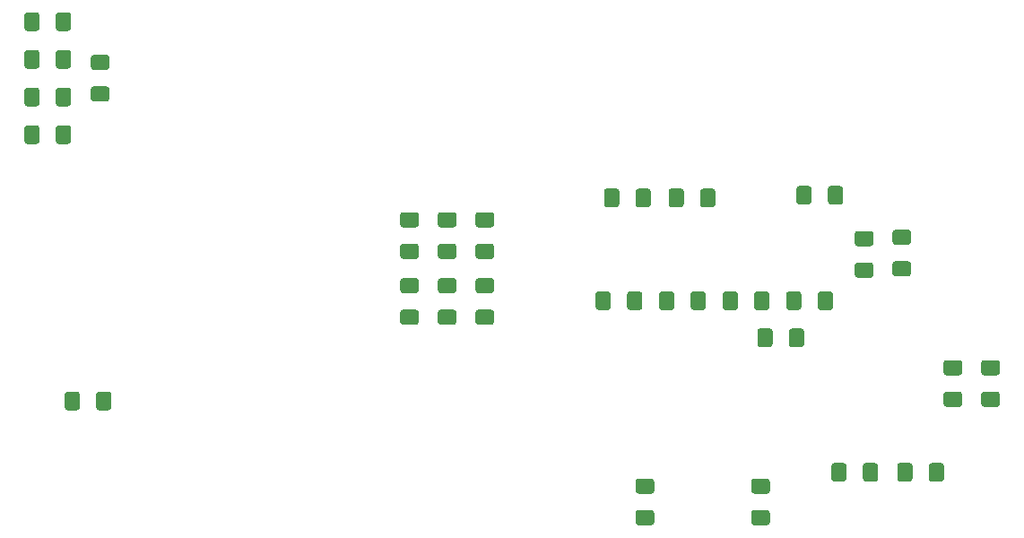
<source format=gbp>
G04 #@! TF.GenerationSoftware,KiCad,Pcbnew,(5.1.6)-1*
G04 #@! TF.CreationDate,2021-01-09T08:19:16+02:00*
G04 #@! TF.ProjectId,MegaDuino_PM_1_3_Buzz,4d656761-4475-4696-9e6f-5f504d5f315f,rev?*
G04 #@! TF.SameCoordinates,Original*
G04 #@! TF.FileFunction,Paste,Bot*
G04 #@! TF.FilePolarity,Positive*
%FSLAX46Y46*%
G04 Gerber Fmt 4.6, Leading zero omitted, Abs format (unit mm)*
G04 Created by KiCad (PCBNEW (5.1.6)-1) date 2021-01-09 08:19:16*
%MOMM*%
%LPD*%
G01*
G04 APERTURE LIST*
G04 APERTURE END LIST*
G36*
G01*
X200038000Y-163820000D02*
X200038000Y-162570000D01*
G75*
G02*
X200288000Y-162320000I250000J0D01*
G01*
X201213000Y-162320000D01*
G75*
G02*
X201463000Y-162570000I0J-250000D01*
G01*
X201463000Y-163820000D01*
G75*
G02*
X201213000Y-164070000I-250000J0D01*
G01*
X200288000Y-164070000D01*
G75*
G02*
X200038000Y-163820000I0J250000D01*
G01*
G37*
G36*
G01*
X197063000Y-163820000D02*
X197063000Y-162570000D01*
G75*
G02*
X197313000Y-162320000I250000J0D01*
G01*
X198238000Y-162320000D01*
G75*
G02*
X198488000Y-162570000I0J-250000D01*
G01*
X198488000Y-163820000D01*
G75*
G02*
X198238000Y-164070000I-250000J0D01*
G01*
X197313000Y-164070000D01*
G75*
G02*
X197063000Y-163820000I0J250000D01*
G01*
G37*
G36*
G01*
X203083000Y-143269000D02*
X204333000Y-143269000D01*
G75*
G02*
X204583000Y-143519000I0J-250000D01*
G01*
X204583000Y-144444000D01*
G75*
G02*
X204333000Y-144694000I-250000J0D01*
G01*
X203083000Y-144694000D01*
G75*
G02*
X202833000Y-144444000I0J250000D01*
G01*
X202833000Y-143519000D01*
G75*
G02*
X203083000Y-143269000I250000J0D01*
G01*
G37*
G36*
G01*
X203083000Y-140294000D02*
X204333000Y-140294000D01*
G75*
G02*
X204583000Y-140544000I0J-250000D01*
G01*
X204583000Y-141469000D01*
G75*
G02*
X204333000Y-141719000I-250000J0D01*
G01*
X203083000Y-141719000D01*
G75*
G02*
X202833000Y-141469000I0J250000D01*
G01*
X202833000Y-140544000D01*
G75*
G02*
X203083000Y-140294000I250000J0D01*
G01*
G37*
G36*
G01*
X123838000Y-131943000D02*
X123838000Y-130693000D01*
G75*
G02*
X124088000Y-130443000I250000J0D01*
G01*
X125013000Y-130443000D01*
G75*
G02*
X125263000Y-130693000I0J-250000D01*
G01*
X125263000Y-131943000D01*
G75*
G02*
X125013000Y-132193000I-250000J0D01*
G01*
X124088000Y-132193000D01*
G75*
G02*
X123838000Y-131943000I0J250000D01*
G01*
G37*
G36*
G01*
X120863000Y-131943000D02*
X120863000Y-130693000D01*
G75*
G02*
X121113000Y-130443000I250000J0D01*
G01*
X122038000Y-130443000D01*
G75*
G02*
X122288000Y-130693000I0J-250000D01*
G01*
X122288000Y-131943000D01*
G75*
G02*
X122038000Y-132193000I-250000J0D01*
G01*
X121113000Y-132193000D01*
G75*
G02*
X120863000Y-131943000I0J250000D01*
G01*
G37*
G36*
G01*
X128641000Y-125209000D02*
X127391000Y-125209000D01*
G75*
G02*
X127141000Y-124959000I0J250000D01*
G01*
X127141000Y-124034000D01*
G75*
G02*
X127391000Y-123784000I250000J0D01*
G01*
X128641000Y-123784000D01*
G75*
G02*
X128891000Y-124034000I0J-250000D01*
G01*
X128891000Y-124959000D01*
G75*
G02*
X128641000Y-125209000I-250000J0D01*
G01*
G37*
G36*
G01*
X128641000Y-128184000D02*
X127391000Y-128184000D01*
G75*
G02*
X127141000Y-127934000I0J250000D01*
G01*
X127141000Y-127009000D01*
G75*
G02*
X127391000Y-126759000I250000J0D01*
G01*
X128641000Y-126759000D01*
G75*
G02*
X128891000Y-127009000I0J-250000D01*
G01*
X128891000Y-127934000D01*
G75*
G02*
X128641000Y-128184000I-250000J0D01*
G01*
G37*
G36*
G01*
X123838000Y-128387000D02*
X123838000Y-127137000D01*
G75*
G02*
X124088000Y-126887000I250000J0D01*
G01*
X125013000Y-126887000D01*
G75*
G02*
X125263000Y-127137000I0J-250000D01*
G01*
X125263000Y-128387000D01*
G75*
G02*
X125013000Y-128637000I-250000J0D01*
G01*
X124088000Y-128637000D01*
G75*
G02*
X123838000Y-128387000I0J250000D01*
G01*
G37*
G36*
G01*
X120863000Y-128387000D02*
X120863000Y-127137000D01*
G75*
G02*
X121113000Y-126887000I250000J0D01*
G01*
X122038000Y-126887000D01*
G75*
G02*
X122288000Y-127137000I0J-250000D01*
G01*
X122288000Y-128387000D01*
G75*
G02*
X122038000Y-128637000I-250000J0D01*
G01*
X121113000Y-128637000D01*
G75*
G02*
X120863000Y-128387000I0J250000D01*
G01*
G37*
G36*
G01*
X207909000Y-155588000D02*
X209159000Y-155588000D01*
G75*
G02*
X209409000Y-155838000I0J-250000D01*
G01*
X209409000Y-156763000D01*
G75*
G02*
X209159000Y-157013000I-250000J0D01*
G01*
X207909000Y-157013000D01*
G75*
G02*
X207659000Y-156763000I0J250000D01*
G01*
X207659000Y-155838000D01*
G75*
G02*
X207909000Y-155588000I250000J0D01*
G01*
G37*
G36*
G01*
X207909000Y-152613000D02*
X209159000Y-152613000D01*
G75*
G02*
X209409000Y-152863000I0J-250000D01*
G01*
X209409000Y-153788000D01*
G75*
G02*
X209159000Y-154038000I-250000J0D01*
G01*
X207909000Y-154038000D01*
G75*
G02*
X207659000Y-153788000I0J250000D01*
G01*
X207659000Y-152863000D01*
G75*
G02*
X207909000Y-152613000I250000J0D01*
G01*
G37*
G36*
G01*
X195775000Y-147625000D02*
X195775000Y-146375000D01*
G75*
G02*
X196025000Y-146125000I250000J0D01*
G01*
X196950000Y-146125000D01*
G75*
G02*
X197200000Y-146375000I0J-250000D01*
G01*
X197200000Y-147625000D01*
G75*
G02*
X196950000Y-147875000I-250000J0D01*
G01*
X196025000Y-147875000D01*
G75*
G02*
X195775000Y-147625000I0J250000D01*
G01*
G37*
G36*
G01*
X192800000Y-147625000D02*
X192800000Y-146375000D01*
G75*
G02*
X193050000Y-146125000I250000J0D01*
G01*
X193975000Y-146125000D01*
G75*
G02*
X194225000Y-146375000I0J-250000D01*
G01*
X194225000Y-147625000D01*
G75*
G02*
X193975000Y-147875000I-250000J0D01*
G01*
X193050000Y-147875000D01*
G75*
G02*
X192800000Y-147625000I0J250000D01*
G01*
G37*
G36*
G01*
X199527000Y-143396000D02*
X200777000Y-143396000D01*
G75*
G02*
X201027000Y-143646000I0J-250000D01*
G01*
X201027000Y-144571000D01*
G75*
G02*
X200777000Y-144821000I-250000J0D01*
G01*
X199527000Y-144821000D01*
G75*
G02*
X199277000Y-144571000I0J250000D01*
G01*
X199277000Y-143646000D01*
G75*
G02*
X199527000Y-143396000I250000J0D01*
G01*
G37*
G36*
G01*
X199527000Y-140421000D02*
X200777000Y-140421000D01*
G75*
G02*
X201027000Y-140671000I0J-250000D01*
G01*
X201027000Y-141596000D01*
G75*
G02*
X200777000Y-141846000I-250000J0D01*
G01*
X199527000Y-141846000D01*
G75*
G02*
X199277000Y-141596000I0J250000D01*
G01*
X199277000Y-140671000D01*
G75*
G02*
X199527000Y-140421000I250000J0D01*
G01*
G37*
G36*
G01*
X182225000Y-146375000D02*
X182225000Y-147625000D01*
G75*
G02*
X181975000Y-147875000I-250000J0D01*
G01*
X181050000Y-147875000D01*
G75*
G02*
X180800000Y-147625000I0J250000D01*
G01*
X180800000Y-146375000D01*
G75*
G02*
X181050000Y-146125000I250000J0D01*
G01*
X181975000Y-146125000D01*
G75*
G02*
X182225000Y-146375000I0J-250000D01*
G01*
G37*
G36*
G01*
X185200000Y-146375000D02*
X185200000Y-147625000D01*
G75*
G02*
X184950000Y-147875000I-250000J0D01*
G01*
X184025000Y-147875000D01*
G75*
G02*
X183775000Y-147625000I0J250000D01*
G01*
X183775000Y-146375000D01*
G75*
G02*
X184025000Y-146125000I250000J0D01*
G01*
X184950000Y-146125000D01*
G75*
G02*
X185200000Y-146375000I0J-250000D01*
G01*
G37*
G36*
G01*
X183121000Y-136662000D02*
X183121000Y-137912000D01*
G75*
G02*
X182871000Y-138162000I-250000J0D01*
G01*
X181946000Y-138162000D01*
G75*
G02*
X181696000Y-137912000I0J250000D01*
G01*
X181696000Y-136662000D01*
G75*
G02*
X181946000Y-136412000I250000J0D01*
G01*
X182871000Y-136412000D01*
G75*
G02*
X183121000Y-136662000I0J-250000D01*
G01*
G37*
G36*
G01*
X186096000Y-136662000D02*
X186096000Y-137912000D01*
G75*
G02*
X185846000Y-138162000I-250000J0D01*
G01*
X184921000Y-138162000D01*
G75*
G02*
X184671000Y-137912000I0J250000D01*
G01*
X184671000Y-136662000D01*
G75*
G02*
X184921000Y-136412000I250000J0D01*
G01*
X185846000Y-136412000D01*
G75*
G02*
X186096000Y-136662000I0J-250000D01*
G01*
G37*
G36*
G01*
X123838000Y-124831000D02*
X123838000Y-123581000D01*
G75*
G02*
X124088000Y-123331000I250000J0D01*
G01*
X125013000Y-123331000D01*
G75*
G02*
X125263000Y-123581000I0J-250000D01*
G01*
X125263000Y-124831000D01*
G75*
G02*
X125013000Y-125081000I-250000J0D01*
G01*
X124088000Y-125081000D01*
G75*
G02*
X123838000Y-124831000I0J250000D01*
G01*
G37*
G36*
G01*
X120863000Y-124831000D02*
X120863000Y-123581000D01*
G75*
G02*
X121113000Y-123331000I250000J0D01*
G01*
X122038000Y-123331000D01*
G75*
G02*
X122288000Y-123581000I0J-250000D01*
G01*
X122288000Y-124831000D01*
G75*
G02*
X122038000Y-125081000I-250000J0D01*
G01*
X121113000Y-125081000D01*
G75*
G02*
X120863000Y-124831000I0J250000D01*
G01*
G37*
G36*
G01*
X123838000Y-121275000D02*
X123838000Y-120025000D01*
G75*
G02*
X124088000Y-119775000I250000J0D01*
G01*
X125013000Y-119775000D01*
G75*
G02*
X125263000Y-120025000I0J-250000D01*
G01*
X125263000Y-121275000D01*
G75*
G02*
X125013000Y-121525000I-250000J0D01*
G01*
X124088000Y-121525000D01*
G75*
G02*
X123838000Y-121275000I0J250000D01*
G01*
G37*
G36*
G01*
X120863000Y-121275000D02*
X120863000Y-120025000D01*
G75*
G02*
X121113000Y-119775000I250000J0D01*
G01*
X122038000Y-119775000D01*
G75*
G02*
X122288000Y-120025000I0J-250000D01*
G01*
X122288000Y-121275000D01*
G75*
G02*
X122038000Y-121525000I-250000J0D01*
G01*
X121113000Y-121525000D01*
G75*
G02*
X120863000Y-121275000I0J250000D01*
G01*
G37*
G36*
G01*
X163713000Y-147841000D02*
X164963000Y-147841000D01*
G75*
G02*
X165213000Y-148091000I0J-250000D01*
G01*
X165213000Y-149016000D01*
G75*
G02*
X164963000Y-149266000I-250000J0D01*
G01*
X163713000Y-149266000D01*
G75*
G02*
X163463000Y-149016000I0J250000D01*
G01*
X163463000Y-148091000D01*
G75*
G02*
X163713000Y-147841000I250000J0D01*
G01*
G37*
G36*
G01*
X163713000Y-144866000D02*
X164963000Y-144866000D01*
G75*
G02*
X165213000Y-145116000I0J-250000D01*
G01*
X165213000Y-146041000D01*
G75*
G02*
X164963000Y-146291000I-250000J0D01*
G01*
X163713000Y-146291000D01*
G75*
G02*
X163463000Y-146041000I0J250000D01*
G01*
X163463000Y-145116000D01*
G75*
G02*
X163713000Y-144866000I250000J0D01*
G01*
G37*
G36*
G01*
X164963000Y-140068000D02*
X163713000Y-140068000D01*
G75*
G02*
X163463000Y-139818000I0J250000D01*
G01*
X163463000Y-138893000D01*
G75*
G02*
X163713000Y-138643000I250000J0D01*
G01*
X164963000Y-138643000D01*
G75*
G02*
X165213000Y-138893000I0J-250000D01*
G01*
X165213000Y-139818000D01*
G75*
G02*
X164963000Y-140068000I-250000J0D01*
G01*
G37*
G36*
G01*
X164963000Y-143043000D02*
X163713000Y-143043000D01*
G75*
G02*
X163463000Y-142793000I0J250000D01*
G01*
X163463000Y-141868000D01*
G75*
G02*
X163713000Y-141618000I250000J0D01*
G01*
X164963000Y-141618000D01*
G75*
G02*
X165213000Y-141868000I0J-250000D01*
G01*
X165213000Y-142793000D01*
G75*
G02*
X164963000Y-143043000I-250000J0D01*
G01*
G37*
G36*
G01*
X160157000Y-147841000D02*
X161407000Y-147841000D01*
G75*
G02*
X161657000Y-148091000I0J-250000D01*
G01*
X161657000Y-149016000D01*
G75*
G02*
X161407000Y-149266000I-250000J0D01*
G01*
X160157000Y-149266000D01*
G75*
G02*
X159907000Y-149016000I0J250000D01*
G01*
X159907000Y-148091000D01*
G75*
G02*
X160157000Y-147841000I250000J0D01*
G01*
G37*
G36*
G01*
X160157000Y-144866000D02*
X161407000Y-144866000D01*
G75*
G02*
X161657000Y-145116000I0J-250000D01*
G01*
X161657000Y-146041000D01*
G75*
G02*
X161407000Y-146291000I-250000J0D01*
G01*
X160157000Y-146291000D01*
G75*
G02*
X159907000Y-146041000I0J250000D01*
G01*
X159907000Y-145116000D01*
G75*
G02*
X160157000Y-144866000I250000J0D01*
G01*
G37*
G36*
G01*
X161407000Y-140068000D02*
X160157000Y-140068000D01*
G75*
G02*
X159907000Y-139818000I0J250000D01*
G01*
X159907000Y-138893000D01*
G75*
G02*
X160157000Y-138643000I250000J0D01*
G01*
X161407000Y-138643000D01*
G75*
G02*
X161657000Y-138893000I0J-250000D01*
G01*
X161657000Y-139818000D01*
G75*
G02*
X161407000Y-140068000I-250000J0D01*
G01*
G37*
G36*
G01*
X161407000Y-143043000D02*
X160157000Y-143043000D01*
G75*
G02*
X159907000Y-142793000I0J250000D01*
G01*
X159907000Y-141868000D01*
G75*
G02*
X160157000Y-141618000I250000J0D01*
G01*
X161407000Y-141618000D01*
G75*
G02*
X161657000Y-141868000I0J-250000D01*
G01*
X161657000Y-142793000D01*
G75*
G02*
X161407000Y-143043000I-250000J0D01*
G01*
G37*
G36*
G01*
X156601000Y-147841000D02*
X157851000Y-147841000D01*
G75*
G02*
X158101000Y-148091000I0J-250000D01*
G01*
X158101000Y-149016000D01*
G75*
G02*
X157851000Y-149266000I-250000J0D01*
G01*
X156601000Y-149266000D01*
G75*
G02*
X156351000Y-149016000I0J250000D01*
G01*
X156351000Y-148091000D01*
G75*
G02*
X156601000Y-147841000I250000J0D01*
G01*
G37*
G36*
G01*
X156601000Y-144866000D02*
X157851000Y-144866000D01*
G75*
G02*
X158101000Y-145116000I0J-250000D01*
G01*
X158101000Y-146041000D01*
G75*
G02*
X157851000Y-146291000I-250000J0D01*
G01*
X156601000Y-146291000D01*
G75*
G02*
X156351000Y-146041000I0J250000D01*
G01*
X156351000Y-145116000D01*
G75*
G02*
X156601000Y-144866000I250000J0D01*
G01*
G37*
G36*
G01*
X157851000Y-140068000D02*
X156601000Y-140068000D01*
G75*
G02*
X156351000Y-139818000I0J250000D01*
G01*
X156351000Y-138893000D01*
G75*
G02*
X156601000Y-138643000I250000J0D01*
G01*
X157851000Y-138643000D01*
G75*
G02*
X158101000Y-138893000I0J-250000D01*
G01*
X158101000Y-139818000D01*
G75*
G02*
X157851000Y-140068000I-250000J0D01*
G01*
G37*
G36*
G01*
X157851000Y-143043000D02*
X156601000Y-143043000D01*
G75*
G02*
X156351000Y-142793000I0J250000D01*
G01*
X156351000Y-141868000D01*
G75*
G02*
X156601000Y-141618000I250000J0D01*
G01*
X157851000Y-141618000D01*
G75*
G02*
X158101000Y-141868000I0J-250000D01*
G01*
X158101000Y-142793000D01*
G75*
G02*
X157851000Y-143043000I-250000J0D01*
G01*
G37*
G36*
G01*
X177025000Y-136662000D02*
X177025000Y-137912000D01*
G75*
G02*
X176775000Y-138162000I-250000J0D01*
G01*
X175850000Y-138162000D01*
G75*
G02*
X175600000Y-137912000I0J250000D01*
G01*
X175600000Y-136662000D01*
G75*
G02*
X175850000Y-136412000I250000J0D01*
G01*
X176775000Y-136412000D01*
G75*
G02*
X177025000Y-136662000I0J-250000D01*
G01*
G37*
G36*
G01*
X180000000Y-136662000D02*
X180000000Y-137912000D01*
G75*
G02*
X179750000Y-138162000I-250000J0D01*
G01*
X178825000Y-138162000D01*
G75*
G02*
X178575000Y-137912000I0J250000D01*
G01*
X178575000Y-136662000D01*
G75*
G02*
X178825000Y-136412000I250000J0D01*
G01*
X179750000Y-136412000D01*
G75*
G02*
X180000000Y-136662000I0J-250000D01*
G01*
G37*
G36*
G01*
X212715000Y-154038000D02*
X211465000Y-154038000D01*
G75*
G02*
X211215000Y-153788000I0J250000D01*
G01*
X211215000Y-152863000D01*
G75*
G02*
X211465000Y-152613000I250000J0D01*
G01*
X212715000Y-152613000D01*
G75*
G02*
X212965000Y-152863000I0J-250000D01*
G01*
X212965000Y-153788000D01*
G75*
G02*
X212715000Y-154038000I-250000J0D01*
G01*
G37*
G36*
G01*
X212715000Y-157013000D02*
X211465000Y-157013000D01*
G75*
G02*
X211215000Y-156763000I0J250000D01*
G01*
X211215000Y-155838000D01*
G75*
G02*
X211465000Y-155588000I250000J0D01*
G01*
X212715000Y-155588000D01*
G75*
G02*
X212965000Y-155838000I0J-250000D01*
G01*
X212965000Y-156763000D01*
G75*
G02*
X212715000Y-157013000I-250000J0D01*
G01*
G37*
G36*
G01*
X196736000Y-137658000D02*
X196736000Y-136408000D01*
G75*
G02*
X196986000Y-136158000I250000J0D01*
G01*
X197911000Y-136158000D01*
G75*
G02*
X198161000Y-136408000I0J-250000D01*
G01*
X198161000Y-137658000D01*
G75*
G02*
X197911000Y-137908000I-250000J0D01*
G01*
X196986000Y-137908000D01*
G75*
G02*
X196736000Y-137658000I0J250000D01*
G01*
G37*
G36*
G01*
X193761000Y-137658000D02*
X193761000Y-136408000D01*
G75*
G02*
X194011000Y-136158000I250000J0D01*
G01*
X194936000Y-136158000D01*
G75*
G02*
X195186000Y-136408000I0J-250000D01*
G01*
X195186000Y-137658000D01*
G75*
G02*
X194936000Y-137908000I-250000J0D01*
G01*
X194011000Y-137908000D01*
G75*
G02*
X193761000Y-137658000I0J250000D01*
G01*
G37*
G36*
G01*
X193053000Y-151120000D02*
X193053000Y-149870000D01*
G75*
G02*
X193303000Y-149620000I250000J0D01*
G01*
X194228000Y-149620000D01*
G75*
G02*
X194478000Y-149870000I0J-250000D01*
G01*
X194478000Y-151120000D01*
G75*
G02*
X194228000Y-151370000I-250000J0D01*
G01*
X193303000Y-151370000D01*
G75*
G02*
X193053000Y-151120000I0J250000D01*
G01*
G37*
G36*
G01*
X190078000Y-151120000D02*
X190078000Y-149870000D01*
G75*
G02*
X190328000Y-149620000I250000J0D01*
G01*
X191253000Y-149620000D01*
G75*
G02*
X191503000Y-149870000I0J-250000D01*
G01*
X191503000Y-151120000D01*
G75*
G02*
X191253000Y-151370000I-250000J0D01*
G01*
X190328000Y-151370000D01*
G75*
G02*
X190078000Y-151120000I0J250000D01*
G01*
G37*
G36*
G01*
X180076000Y-165214000D02*
X178826000Y-165214000D01*
G75*
G02*
X178576000Y-164964000I0J250000D01*
G01*
X178576000Y-164039000D01*
G75*
G02*
X178826000Y-163789000I250000J0D01*
G01*
X180076000Y-163789000D01*
G75*
G02*
X180326000Y-164039000I0J-250000D01*
G01*
X180326000Y-164964000D01*
G75*
G02*
X180076000Y-165214000I-250000J0D01*
G01*
G37*
G36*
G01*
X180076000Y-168189000D02*
X178826000Y-168189000D01*
G75*
G02*
X178576000Y-167939000I0J250000D01*
G01*
X178576000Y-167014000D01*
G75*
G02*
X178826000Y-166764000I250000J0D01*
G01*
X180076000Y-166764000D01*
G75*
G02*
X180326000Y-167014000I0J-250000D01*
G01*
X180326000Y-167939000D01*
G75*
G02*
X180076000Y-168189000I-250000J0D01*
G01*
G37*
G36*
G01*
X206261000Y-163820000D02*
X206261000Y-162570000D01*
G75*
G02*
X206511000Y-162320000I250000J0D01*
G01*
X207436000Y-162320000D01*
G75*
G02*
X207686000Y-162570000I0J-250000D01*
G01*
X207686000Y-163820000D01*
G75*
G02*
X207436000Y-164070000I-250000J0D01*
G01*
X206511000Y-164070000D01*
G75*
G02*
X206261000Y-163820000I0J250000D01*
G01*
G37*
G36*
G01*
X203286000Y-163820000D02*
X203286000Y-162570000D01*
G75*
G02*
X203536000Y-162320000I250000J0D01*
G01*
X204461000Y-162320000D01*
G75*
G02*
X204711000Y-162570000I0J-250000D01*
G01*
X204711000Y-163820000D01*
G75*
G02*
X204461000Y-164070000I-250000J0D01*
G01*
X203536000Y-164070000D01*
G75*
G02*
X203286000Y-163820000I0J250000D01*
G01*
G37*
G36*
G01*
X189775000Y-147625000D02*
X189775000Y-146375000D01*
G75*
G02*
X190025000Y-146125000I250000J0D01*
G01*
X190950000Y-146125000D01*
G75*
G02*
X191200000Y-146375000I0J-250000D01*
G01*
X191200000Y-147625000D01*
G75*
G02*
X190950000Y-147875000I-250000J0D01*
G01*
X190025000Y-147875000D01*
G75*
G02*
X189775000Y-147625000I0J250000D01*
G01*
G37*
G36*
G01*
X186800000Y-147625000D02*
X186800000Y-146375000D01*
G75*
G02*
X187050000Y-146125000I250000J0D01*
G01*
X187975000Y-146125000D01*
G75*
G02*
X188225000Y-146375000I0J-250000D01*
G01*
X188225000Y-147625000D01*
G75*
G02*
X187975000Y-147875000I-250000J0D01*
G01*
X187050000Y-147875000D01*
G75*
G02*
X186800000Y-147625000I0J250000D01*
G01*
G37*
G36*
G01*
X176225000Y-146375000D02*
X176225000Y-147625000D01*
G75*
G02*
X175975000Y-147875000I-250000J0D01*
G01*
X175050000Y-147875000D01*
G75*
G02*
X174800000Y-147625000I0J250000D01*
G01*
X174800000Y-146375000D01*
G75*
G02*
X175050000Y-146125000I250000J0D01*
G01*
X175975000Y-146125000D01*
G75*
G02*
X176225000Y-146375000I0J-250000D01*
G01*
G37*
G36*
G01*
X179200000Y-146375000D02*
X179200000Y-147625000D01*
G75*
G02*
X178950000Y-147875000I-250000J0D01*
G01*
X178025000Y-147875000D01*
G75*
G02*
X177775000Y-147625000I0J250000D01*
G01*
X177775000Y-146375000D01*
G75*
G02*
X178025000Y-146125000I250000J0D01*
G01*
X178950000Y-146125000D01*
G75*
G02*
X179200000Y-146375000I0J-250000D01*
G01*
G37*
G36*
G01*
X189748000Y-166764000D02*
X190998000Y-166764000D01*
G75*
G02*
X191248000Y-167014000I0J-250000D01*
G01*
X191248000Y-167939000D01*
G75*
G02*
X190998000Y-168189000I-250000J0D01*
G01*
X189748000Y-168189000D01*
G75*
G02*
X189498000Y-167939000I0J250000D01*
G01*
X189498000Y-167014000D01*
G75*
G02*
X189748000Y-166764000I250000J0D01*
G01*
G37*
G36*
G01*
X189748000Y-163789000D02*
X190998000Y-163789000D01*
G75*
G02*
X191248000Y-164039000I0J-250000D01*
G01*
X191248000Y-164964000D01*
G75*
G02*
X190998000Y-165214000I-250000J0D01*
G01*
X189748000Y-165214000D01*
G75*
G02*
X189498000Y-164964000I0J250000D01*
G01*
X189498000Y-164039000D01*
G75*
G02*
X189748000Y-163789000I250000J0D01*
G01*
G37*
G36*
G01*
X127648000Y-157089000D02*
X127648000Y-155839000D01*
G75*
G02*
X127898000Y-155589000I250000J0D01*
G01*
X128823000Y-155589000D01*
G75*
G02*
X129073000Y-155839000I0J-250000D01*
G01*
X129073000Y-157089000D01*
G75*
G02*
X128823000Y-157339000I-250000J0D01*
G01*
X127898000Y-157339000D01*
G75*
G02*
X127648000Y-157089000I0J250000D01*
G01*
G37*
G36*
G01*
X124673000Y-157089000D02*
X124673000Y-155839000D01*
G75*
G02*
X124923000Y-155589000I250000J0D01*
G01*
X125848000Y-155589000D01*
G75*
G02*
X126098000Y-155839000I0J-250000D01*
G01*
X126098000Y-157089000D01*
G75*
G02*
X125848000Y-157339000I-250000J0D01*
G01*
X124923000Y-157339000D01*
G75*
G02*
X124673000Y-157089000I0J250000D01*
G01*
G37*
M02*

</source>
